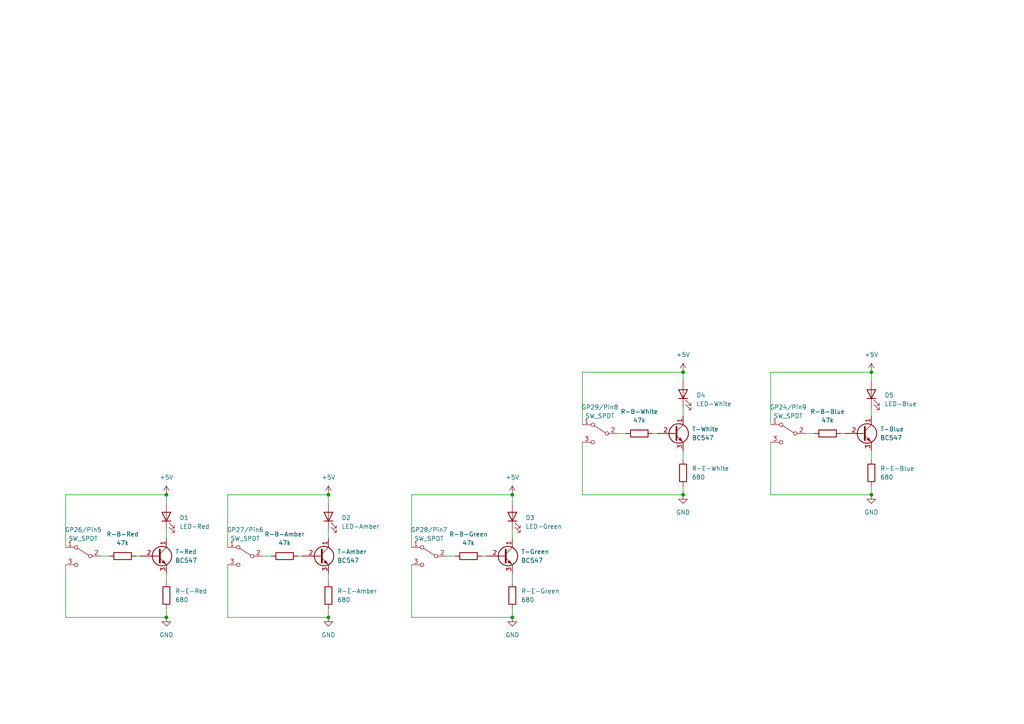
<source format=kicad_sch>
(kicad_sch (version 20211123) (generator eeschema)
  (paper "A4")
  (lib_symbols
    (symbol "Device:LED" (pin_numbers hide) (pin_names (offset 1.016) hide)
      (property "Reference" "D" (at 0 2.54 0))
      (property "Value" "LED" (at 0 -2.54 0))
      (symbol "LED_0_1"
        (polyline (pts (xy -1.27 -1.27) (xy -1.27 1.27)) (stroke (width 0.254)))
        (polyline (pts (xy -1.27 0) (xy 1.27 0)))
        (polyline (pts (xy 1.27 -1.27) (xy 1.27 1.27) (xy -1.27 0) (xy 1.27 -1.27)) (stroke (width 0.254)))
        (polyline (pts (xy -3.048 -0.762) (xy -4.572 -2.286) (xy -3.81 -2.286) (xy -4.572 -2.286) (xy -4.572 -1.524)))
        (polyline (pts (xy -1.778 -0.762) (xy -3.302 -2.286) (xy -2.54 -2.286) (xy -3.302 -2.286) (xy -3.302 -1.524)))
      )
      (symbol "LED_1_1"
        (pin passive line (at -3.81 0 0) (length 2.54) (name "K") (number "1"))
        (pin passive line (at 3.81 0 180) (length 2.54) (name "A") (number "2"))
      )
    )
    (symbol "Device:R" (pin_numbers hide) (pin_names (offset 0))
      (property "Reference" "R" (at 2.032 0 90))
      (property "Value" "R" (at 0 0 90))
      (symbol "R_0_1"
        (rectangle (start -1.016 -2.54) (end 1.016 2.54) (stroke (width 0.254)))
      )
      (symbol "R_1_1"
        (pin passive line (at 0 3.81 270) (length 1.27) (name "~") (number "1"))
        (pin passive line (at 0 -3.81 90) (length 1.27) (name "~") (number "2"))
      )
    )
    (symbol "Switch:SW_SPDT" (pin_names (offset 0) hide)
      (property "Reference" "SW" (at 0 4.318 0))
      (property "Value" "SW_SPDT" (at 0 -5.08 0))
      (symbol "SW_SPDT_0_0"
        (circle (center -2.032 0) (radius 0.508))
        (circle (center 2.032 -2.54) (radius 0.508))
      )
      (symbol "SW_SPDT_0_1"
        (polyline (pts (xy -1.524 0.254) (xy 1.651 2.286)))
        (circle (center 2.032 2.54) (radius 0.508))
      )
      (symbol "SW_SPDT_1_1"
        (pin passive line (at 5.08 2.54 180) (length 2.54) (name "A") (number "1"))
        (pin passive line (at -5.08 0 0) (length 2.54) (name "B") (number "2"))
        (pin passive line (at 5.08 -2.54 180) (length 2.54) (name "C") (number "3"))
      )
    )
    (symbol "Transistor_BJT:BC547" (pin_names (offset 0) hide)
      (property "Reference" "Q" (at 5.08 1.905 0))
      (property "Value" "BC547" (at 5.08 0 0))
      (symbol "BC547_0_1"
        (polyline (pts (xy 0 0) (xy 0.635 0)))
        (polyline (pts (xy 0.635 0.635) (xy 2.54 2.54)))
        (polyline (pts (xy 0.635 -0.635) (xy 2.54 -2.54) (xy 2.54 -2.54)))
        (polyline (pts (xy 0.635 1.905) (xy 0.635 -1.905) (xy 0.635 -1.905)) (stroke (width 0.508)))
        (polyline (pts (xy 1.27 -1.778) (xy 1.778 -1.27) (xy 2.286 -2.286) (xy 1.27 -1.778) (xy 1.27 -1.778)) (fill (type outline)))
        (circle (center 1.27 0) (radius 2.8194) (stroke (width 0.254)))
      )
      (symbol "BC547_1_1"
        (pin passive line (at 2.54 5.08 270) (length 2.54) (name "C") (number "1"))
        (pin input line (at -5.08 0 0) (length 5.08) (name "B") (number "2"))
        (pin passive line (at 2.54 -5.08 90) (length 2.54) (name "E") (number "3"))
      )
    )
    (symbol "power:+5V" (power) (pin_names (offset 0))
      (property "Value" "+5V" (at 0 3.556 0))
      (symbol "+5V_0_1"
        (polyline (pts (xy -0.762 1.27) (xy 0 2.54)))
        (polyline (pts (xy 0 0) (xy 0 2.54)))
        (polyline (pts (xy 0 2.54) (xy 0.762 1.27)))
      )
      (symbol "+5V_1_1"
        (pin power_in line (at 0 0 90) (length 0) hide (name "+5V") (number "1"))
      )
    )
    (symbol "power:GND" (power) (pin_names (offset 0))
      (property "Value" "GND" (at 0 -3.81 0))
      (symbol "GND_0_1"
        (polyline (pts (xy 0 0) (xy 0 -1.27) (xy 1.27 -1.27) (xy 0 -2.54) (xy -1.27 -1.27) (xy 0 -1.27)))
      )
      (symbol "GND_1_1"
        (pin power_in line (at 0 0 270) (length 0) hide (name "GND") (number "1"))
      )
    )
  )
  (junction (at 148.59 179.07))
  (junction (at 95.25 179.07))
  (junction (at 48.26 143.51))
  (junction (at 252.73 143.51))
  (junction (at 148.59 143.51))
  (junction (at 252.73 107.95))
  (junction (at 95.25 143.51))
  (junction (at 198.12 143.51))
  (junction (at 198.12 107.95))
  (junction (at 48.26 179.07))
  (wire (pts (xy 66.04 179.07) (xy 95.25 179.07)))
  (wire (pts (xy 179.07 125.73) (xy 181.61 125.73)))
  (wire (pts (xy 148.59 153.67) (xy 148.59 156.21)))
  (wire (pts (xy 48.26 143.51) (xy 48.26 146.05)))
  (wire (pts (xy 76.2 161.29) (xy 78.74 161.29)))
  (wire (pts (xy 95.25 176.53) (xy 95.25 179.07)))
  (wire (pts (xy 119.38 163.83) (xy 119.38 179.07)))
  (wire (pts (xy 119.38 143.51) (xy 148.59 143.51)))
  (wire (pts (xy 168.91 107.95) (xy 198.12 107.95)))
  (wire (pts (xy 139.7 161.29) (xy 140.97 161.29)))
  (wire (pts (xy 223.52 143.51) (xy 252.73 143.51)))
  (wire (pts (xy 223.52 128.27) (xy 223.52 143.51)))
  (wire (pts (xy 86.36 161.29) (xy 87.63 161.29)))
  (wire (pts (xy 19.05 158.75) (xy 19.05 143.51)))
  (wire (pts (xy 252.73 140.97) (xy 252.73 143.51)))
  (wire (pts (xy 168.91 143.51) (xy 198.12 143.51)))
  (wire (pts (xy 168.91 128.27) (xy 168.91 143.51)))
  (wire (pts (xy 48.26 153.67) (xy 48.26 156.21)))
  (wire (pts (xy 66.04 143.51) (xy 95.25 143.51)))
  (wire (pts (xy 148.59 176.53) (xy 148.59 179.07)))
  (wire (pts (xy 148.59 166.37) (xy 148.59 168.91)))
  (wire (pts (xy 29.21 161.29) (xy 31.75 161.29)))
  (wire (pts (xy 233.68 125.73) (xy 236.22 125.73)))
  (wire (pts (xy 119.38 158.75) (xy 119.38 143.51)))
  (wire (pts (xy 252.73 107.95) (xy 252.73 110.49)))
  (wire (pts (xy 148.59 143.51) (xy 148.59 146.05)))
  (wire (pts (xy 198.12 130.81) (xy 198.12 133.35)))
  (wire (pts (xy 129.54 161.29) (xy 132.08 161.29)))
  (wire (pts (xy 243.84 125.73) (xy 245.11 125.73)))
  (wire (pts (xy 198.12 140.97) (xy 198.12 143.51)))
  (wire (pts (xy 189.23 125.73) (xy 190.5 125.73)))
  (wire (pts (xy 19.05 163.83) (xy 19.05 179.07)))
  (wire (pts (xy 39.37 161.29) (xy 40.64 161.29)))
  (wire (pts (xy 223.52 123.19) (xy 223.52 107.95)))
  (wire (pts (xy 19.05 143.51) (xy 48.26 143.51)))
  (wire (pts (xy 198.12 118.11) (xy 198.12 120.65)))
  (wire (pts (xy 66.04 163.83) (xy 66.04 179.07)))
  (wire (pts (xy 198.12 107.95) (xy 198.12 110.49)))
  (wire (pts (xy 19.05 179.07) (xy 48.26 179.07)))
  (wire (pts (xy 48.26 176.53) (xy 48.26 179.07)))
  (wire (pts (xy 119.38 179.07) (xy 148.59 179.07)))
  (wire (pts (xy 95.25 166.37) (xy 95.25 168.91)))
  (wire (pts (xy 66.04 158.75) (xy 66.04 143.51)))
  (wire (pts (xy 95.25 143.51) (xy 95.25 146.05)))
  (wire (pts (xy 223.52 107.95) (xy 252.73 107.95)))
  (wire (pts (xy 252.73 130.81) (xy 252.73 133.35)))
  (wire (pts (xy 168.91 123.19) (xy 168.91 107.95)))
  (wire (pts (xy 95.25 153.67) (xy 95.25 156.21)))
  (wire (pts (xy 48.26 166.37) (xy 48.26 168.91)))
  (wire (pts (xy 252.73 118.11) (xy 252.73 120.65)))
  (symbol (lib_id "Device:R") (at 240.03 125.73 270) (unit 1)
    (property "Reference" "R-B-Blue" (at 240.03 119.38 90))
    (property "Value" "47k" (at 240.03 121.92 90))
  )
  (symbol (lib_id "Switch:SW_SPDT") (at 228.6 125.73 0) (mirror y) (unit 1)
    (property "Reference" "GP24/Pin9" (at 228.6 118.11 0))
    (property "Value" "SW_SPDT" (at 228.6 120.65 0))
  )
  (symbol (lib_id "power:+5V") (at 95.25 143.51 0) (unit 1)
    (property "Reference" "#PWR?" (effects hide))
    (property "Value" "+5V" (at 95.25 138.43 0))
  )
  (symbol (lib_id "Transistor_BJT:BC547") (at 45.72 161.29 0) (unit 1)
    (property "Reference" "T-Red" (at 50.8 160.0199 0) (effects (justify left)))
    (property "Value" "BC547" (at 50.8 162.5599 0) (effects (justify left)))
    (property "Footprint" "Package_TO_SOT_THT:TO-92_Inline" (effects hide))
    (property "Datasheet" "https://www.onsemi.com/pub/Collateral/BC550-D.pdf" (effects hide))
  )
  (symbol (lib_id "Device:R") (at 148.59 172.72 180) (unit 1)
    (property "Reference" "R-E-Green" (at 151.13 171.4499 0) (effects (justify right)))
    (property "Value" "680" (at 151.13 173.9899 0) (effects (justify right)))
  )
  (symbol (lib_id "power:GND") (at 252.73 143.51 0) (unit 1)
    (property "Reference" "#PWR?" (effects hide))
    (property "Value" "GND" (at 252.73 148.59 0))
  )
  (symbol (lib_id "Device:R") (at 198.12 137.16 180) (unit 1)
    (property "Reference" "R-E-White" (at 200.66 135.8899 0) (effects (justify right)))
    (property "Value" "680" (at 200.66 138.4299 0) (effects (justify right)))
  )
  (symbol (lib_id "Device:R") (at 48.26 172.72 180) (unit 1)
    (property "Reference" "R-E-Red" (at 50.8 171.4499 0) (effects (justify right)))
    (property "Value" "680" (at 50.8 173.9899 0) (effects (justify right)))
  )
  (symbol (lib_id "power:GND") (at 95.25 179.07 0) (unit 1)
    (property "Reference" "#PWR?" (effects hide))
    (property "Value" "GND" (at 95.25 184.15 0))
  )
  (symbol (lib_id "power:+5V") (at 148.59 143.51 0) (unit 1)
    (property "Reference" "#PWR?" (effects hide))
    (property "Value" "+5V" (at 148.59 138.43 0))
  )
  (symbol (lib_id "Transistor_BJT:BC547") (at 195.58 125.73 0) (unit 1)
    (property "Reference" "T-White" (at 200.66 124.4599 0) (effects (justify left)))
    (property "Value" "BC547" (at 200.66 126.9999 0) (effects (justify left)))
    (property "Footprint" "Package_TO_SOT_THT:TO-92_Inline" (effects hide))
    (property "Datasheet" "https://www.onsemi.com/pub/Collateral/BC550-D.pdf" (effects hide))
  )
  (symbol (lib_id "Transistor_BJT:BC547") (at 146.05 161.29 0) (unit 1)
    (property "Reference" "T-Green" (at 151.13 160.0199 0) (effects (justify left)))
    (property "Value" "BC547" (at 151.13 162.5599 0) (effects (justify left)))
    (property "Footprint" "Package_TO_SOT_THT:TO-92_Inline" (effects hide))
    (property "Datasheet" "https://www.onsemi.com/pub/Collateral/BC550-D.pdf" (effects hide))
  )
  (symbol (lib_id "Device:R") (at 82.55 161.29 270) (unit 1)
    (property "Reference" "R-B-Amber" (at 82.55 154.94 90))
    (property "Value" "47k" (at 82.55 157.48 90))
  )
  (symbol (lib_id "Switch:SW_SPDT") (at 24.13 161.29 0) (mirror y) (unit 1)
    (property "Reference" "GP26/Pin5" (at 24.13 153.67 0))
    (property "Value" "SW_SPDT" (at 24.13 156.21 0))
  )
  (symbol (lib_id "Device:R") (at 185.42 125.73 270) (unit 1)
    (property "Reference" "R-B-White" (at 185.42 119.38 90))
    (property "Value" "47k" (at 185.42 121.92 90))
  )
  (symbol (lib_id "power:GND") (at 148.59 179.07 0) (unit 1)
    (property "Reference" "#PWR?" (effects hide))
    (property "Value" "GND" (at 148.59 184.15 0))
  )
  (symbol (lib_id "power:+5V") (at 48.26 143.51 0) (unit 1)
    (property "Reference" "#PWR?" (effects hide))
    (property "Value" "+5V" (at 48.26 138.43 0))
  )
  (symbol (lib_id "power:GND") (at 48.26 179.07 0) (unit 1)
    (property "Reference" "#PWR?" (effects hide))
    (property "Value" "GND" (at 48.26 184.15 0))
  )
  (symbol (lib_id "power:+5V") (at 252.73 107.95 0) (unit 1)
    (property "Reference" "#PWR?" (effects hide))
    (property "Value" "+5V" (at 252.73 102.87 0))
  )
  (symbol (lib_id "Device:LED") (at 148.59 149.86 90) (unit 1)
    (property "Reference" "D3" (at 152.4 150.1774 90) (effects (justify right)))
    (property "Value" "LED-Green" (at 152.4 152.7174 90) (effects (justify right)))
  )
  (symbol (lib_id "Device:LED") (at 198.12 114.3 90) (unit 1)
    (property "Reference" "D4" (at 201.93 114.6174 90) (effects (justify right)))
    (property "Value" "LED-White" (at 201.93 117.1574 90) (effects (justify right)))
  )
  (symbol (lib_id "power:GND") (at 198.12 143.51 0) (unit 1)
    (property "Reference" "#PWR?" (effects hide))
    (property "Value" "GND" (at 198.12 148.59 0))
  )
  (symbol (lib_id "Device:LED") (at 95.25 149.86 90) (unit 1)
    (property "Reference" "D2" (at 99.06 150.1774 90) (effects (justify right)))
    (property "Value" "LED-Amber" (at 99.06 152.7174 90) (effects (justify right)))
  )
  (symbol (lib_id "Switch:SW_SPDT") (at 124.46 161.29 0) (mirror y) (unit 1)
    (property "Reference" "GP28/Pin7" (at 124.46 153.67 0))
    (property "Value" "SW_SPDT" (at 124.46 156.21 0))
  )
  (symbol (lib_id "Device:LED") (at 48.26 149.86 90) (unit 1)
    (property "Reference" "D1" (at 52.07 150.1774 90) (effects (justify right)))
    (property "Value" "LED-Red" (at 52.07 152.7174 90) (effects (justify right)))
  )
  (symbol (lib_id "Switch:SW_SPDT") (at 173.99 125.73 0) (mirror y) (unit 1)
    (property "Reference" "GP29/Pin8" (at 173.99 118.11 0))
    (property "Value" "SW_SPDT" (at 173.99 120.65 0))
  )
  (symbol (lib_id "Device:R") (at 95.25 172.72 180) (unit 1)
    (property "Reference" "R-E-Amber" (at 97.79 171.4499 0) (effects (justify right)))
    (property "Value" "680" (at 97.79 173.9899 0) (effects (justify right)))
  )
  (symbol (lib_id "Transistor_BJT:BC547") (at 92.71 161.29 0) (unit 1)
    (property "Reference" "T-Amber" (at 97.79 160.0199 0) (effects (justify left)))
    (property "Value" "BC547" (at 97.79 162.5599 0) (effects (justify left)))
    (property "Footprint" "Package_TO_SOT_THT:TO-92_Inline" (effects hide))
    (property "Datasheet" "https://www.onsemi.com/pub/Collateral/BC550-D.pdf" (effects hide))
  )
  (symbol (lib_id "Device:R") (at 35.56 161.29 270) (unit 1)
    (property "Reference" "R-B-Red" (at 35.56 154.94 90))
    (property "Value" "47k" (at 35.56 157.48 90))
  )
  (symbol (lib_id "power:+5V") (at 198.12 107.95 0) (unit 1)
    (property "Reference" "#PWR?" (effects hide))
    (property "Value" "+5V" (at 198.12 102.87 0))
  )
  (symbol (lib_id "Device:R") (at 252.73 137.16 180) (unit 1)
    (property "Reference" "R-E-Blue" (at 255.27 135.8899 0) (effects (justify right)))
    (property "Value" "680" (at 255.27 138.4299 0) (effects (justify right)))
  )
  (symbol (lib_id "Device:R") (at 135.89 161.29 270) (unit 1)
    (property "Reference" "R-B-Green" (at 135.89 154.94 90))
    (property "Value" "47k" (at 135.89 157.48 90))
  )
  (symbol (lib_id "Switch:SW_SPDT") (at 71.12 161.29 0) (mirror y) (unit 1)
    (property "Reference" "GP27/Pin6" (at 71.12 153.67 0))
    (property "Value" "SW_SPDT" (at 71.12 156.21 0))
  )
  (symbol (lib_id "Device:LED") (at 252.73 114.3 90) (unit 1)
    (property "Reference" "D5" (at 256.54 114.6174 90) (effects (justify right)))
    (property "Value" "LED-Blue" (at 256.54 117.1574 90) (effects (justify right)))
  )
  (symbol (lib_id "Transistor_BJT:BC547") (at 250.19 125.73 0) (unit 1)
    (property "Reference" "T-Blue" (at 255.27 124.4599 0) (effects (justify left)))
    (property "Value" "BC547" (at 255.27 126.9999 0) (effects (justify left)))
    (property "Footprint" "Package_TO_SOT_THT:TO-92_Inline" (effects hide))
    (property "Datasheet" "https://www.onsemi.com/pub/Collateral/BC550-D.pdf" (effects hide))
  )
)
</source>
